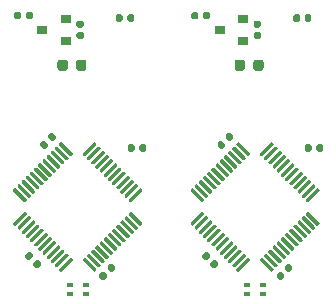
<source format=gbp>
%TF.GenerationSoftware,KiCad,Pcbnew,5.1.6*%
%TF.CreationDate,2020-10-27T00:07:36+01:00*%
%TF.ProjectId,anykey-x2,616e796b-6579-42d7-9832-2e6b69636164,rev?*%
%TF.SameCoordinates,Original*%
%TF.FileFunction,Paste,Bot*%
%TF.FilePolarity,Positive*%
%FSLAX46Y46*%
G04 Gerber Fmt 4.6, Leading zero omitted, Abs format (unit mm)*
G04 Created by KiCad (PCBNEW 5.1.6) date 2020-10-27 00:07:36*
%MOMM*%
%LPD*%
G01*
G04 APERTURE LIST*
%ADD10R,0.600000X0.400000*%
%ADD11R,0.900000X0.800000*%
G04 APERTURE END LIST*
%TO.C,C1*%
G36*
G01*
X69275018Y-67256251D02*
X69275018Y-66743751D01*
G75*
G02*
X69493768Y-66525001I218750J0D01*
G01*
X69931268Y-66525001D01*
G75*
G02*
X70150018Y-66743751I0J-218750D01*
G01*
X70150018Y-67256251D01*
G75*
G02*
X69931268Y-67475001I-218750J0D01*
G01*
X69493768Y-67475001D01*
G75*
G02*
X69275018Y-67256251I0J218750D01*
G01*
G37*
G36*
G01*
X70850018Y-67256251D02*
X70850018Y-66743751D01*
G75*
G02*
X71068768Y-66525001I218750J0D01*
G01*
X71506268Y-66525001D01*
G75*
G02*
X71725018Y-66743751I0J-218750D01*
G01*
X71725018Y-67256251D01*
G75*
G02*
X71506268Y-67475001I-218750J0D01*
G01*
X71068768Y-67475001D01*
G75*
G02*
X70850018Y-67256251I0J218750D01*
G01*
G37*
%TD*%
%TO.C,C2*%
G36*
G01*
X66526499Y-83070433D02*
X66770451Y-82826482D01*
G75*
G02*
X66979047Y-82826482I104298J-104298D01*
G01*
X67187643Y-83035078D01*
G75*
G02*
X67187643Y-83243674I-104298J-104298D01*
G01*
X66943691Y-83487626D01*
G75*
G02*
X66735095Y-83487626I-104298J104298D01*
G01*
X66526499Y-83279030D01*
G75*
G02*
X66526499Y-83070434I104298J104298D01*
G01*
G37*
G36*
G01*
X67212393Y-83756327D02*
X67456345Y-83512376D01*
G75*
G02*
X67664941Y-83512376I104298J-104298D01*
G01*
X67873537Y-83720972D01*
G75*
G02*
X67873537Y-83929568I-104298J-104298D01*
G01*
X67629585Y-84173520D01*
G75*
G02*
X67420989Y-84173520I-104298J104298D01*
G01*
X67212393Y-83964924D01*
G75*
G02*
X67212393Y-83756328I104298J104298D01*
G01*
G37*
%TD*%
%TO.C,C3*%
G36*
G01*
X68243692Y-73412376D02*
X68487643Y-73656328D01*
G75*
G02*
X68487643Y-73864924I-104298J-104298D01*
G01*
X68279047Y-74073520D01*
G75*
G02*
X68070451Y-74073520I-104298J104298D01*
G01*
X67826499Y-73829568D01*
G75*
G02*
X67826499Y-73620972I104298J104298D01*
G01*
X68035095Y-73412376D01*
G75*
G02*
X68243691Y-73412376I104298J-104298D01*
G01*
G37*
G36*
G01*
X68929586Y-72726482D02*
X69173537Y-72970434D01*
G75*
G02*
X69173537Y-73179030I-104298J-104298D01*
G01*
X68964941Y-73387626D01*
G75*
G02*
X68756345Y-73387626I-104298J104298D01*
G01*
X68512393Y-73143674D01*
G75*
G02*
X68512393Y-72935078I104298J104298D01*
G01*
X68720989Y-72726482D01*
G75*
G02*
X68929585Y-72726482I104298J-104298D01*
G01*
G37*
%TD*%
%TO.C,C5*%
G36*
G01*
X73756344Y-84487626D02*
X73512393Y-84243674D01*
G75*
G02*
X73512393Y-84035078I104298J104298D01*
G01*
X73720989Y-83826482D01*
G75*
G02*
X73929585Y-83826482I104298J-104298D01*
G01*
X74173537Y-84070434D01*
G75*
G02*
X74173537Y-84279030I-104298J-104298D01*
G01*
X73964941Y-84487626D01*
G75*
G02*
X73756345Y-84487626I-104298J104298D01*
G01*
G37*
G36*
G01*
X73070450Y-85173520D02*
X72826499Y-84929568D01*
G75*
G02*
X72826499Y-84720972I104298J104298D01*
G01*
X73035095Y-84512376D01*
G75*
G02*
X73243691Y-84512376I104298J-104298D01*
G01*
X73487643Y-84756328D01*
G75*
G02*
X73487643Y-84964924I-104298J-104298D01*
G01*
X73279047Y-85173520D01*
G75*
G02*
X73070451Y-85173520I-104298J104298D01*
G01*
G37*
%TD*%
%TO.C,C7*%
G36*
G01*
X71372518Y-63810001D02*
X71027518Y-63810001D01*
G75*
G02*
X70880018Y-63662501I0J147500D01*
G01*
X70880018Y-63367501D01*
G75*
G02*
X71027518Y-63220001I147500J0D01*
G01*
X71372518Y-63220001D01*
G75*
G02*
X71520018Y-63367501I0J-147500D01*
G01*
X71520018Y-63662501D01*
G75*
G02*
X71372518Y-63810001I-147500J0D01*
G01*
G37*
G36*
G01*
X71372518Y-64780001D02*
X71027518Y-64780001D01*
G75*
G02*
X70880018Y-64632501I0J147500D01*
G01*
X70880018Y-64337501D01*
G75*
G02*
X71027518Y-64190001I147500J0D01*
G01*
X71372518Y-64190001D01*
G75*
G02*
X71520018Y-64337501I0J-147500D01*
G01*
X71520018Y-64632501D01*
G75*
G02*
X71372518Y-64780001I-147500J0D01*
G01*
G37*
%TD*%
D10*
%TO.C,D1*%
X70350018Y-86400001D03*
X71650018Y-86400001D03*
X71650018Y-85600001D03*
X70350018Y-85600001D03*
%TD*%
%TO.C,R1*%
G36*
G01*
X74220018Y-63172501D02*
X74220018Y-62827501D01*
G75*
G02*
X74367518Y-62680001I147500J0D01*
G01*
X74662518Y-62680001D01*
G75*
G02*
X74810018Y-62827501I0J-147500D01*
G01*
X74810018Y-63172501D01*
G75*
G02*
X74662518Y-63320001I-147500J0D01*
G01*
X74367518Y-63320001D01*
G75*
G02*
X74220018Y-63172501I0J147500D01*
G01*
G37*
G36*
G01*
X75190018Y-63172501D02*
X75190018Y-62827501D01*
G75*
G02*
X75337518Y-62680001I147500J0D01*
G01*
X75632518Y-62680001D01*
G75*
G02*
X75780018Y-62827501I0J-147500D01*
G01*
X75780018Y-63172501D01*
G75*
G02*
X75632518Y-63320001I-147500J0D01*
G01*
X75337518Y-63320001D01*
G75*
G02*
X75190018Y-63172501I0J147500D01*
G01*
G37*
%TD*%
D11*
%TO.C,U1*%
X68000018Y-64000001D03*
X70000018Y-64950001D03*
X70000018Y-63050001D03*
%TD*%
%TO.C,U2*%
G36*
G01*
X69532772Y-84462401D02*
X69426706Y-84356335D01*
G75*
G02*
X69426706Y-84250269I53033J53033D01*
G01*
X70363622Y-83313353D01*
G75*
G02*
X70469688Y-83313353I53033J-53033D01*
G01*
X70575754Y-83419419D01*
G75*
G02*
X70575754Y-83525485I-53033J-53033D01*
G01*
X69638838Y-84462401D01*
G75*
G02*
X69532772Y-84462401I-53033J53033D01*
G01*
G37*
G36*
G01*
X69179218Y-84108847D02*
X69073152Y-84002781D01*
G75*
G02*
X69073152Y-83896715I53033J53033D01*
G01*
X70010068Y-82959799D01*
G75*
G02*
X70116134Y-82959799I53033J-53033D01*
G01*
X70222200Y-83065865D01*
G75*
G02*
X70222200Y-83171931I-53033J-53033D01*
G01*
X69285284Y-84108847D01*
G75*
G02*
X69179218Y-84108847I-53033J53033D01*
G01*
G37*
G36*
G01*
X68825665Y-83755294D02*
X68719599Y-83649228D01*
G75*
G02*
X68719599Y-83543162I53033J53033D01*
G01*
X69656515Y-82606246D01*
G75*
G02*
X69762581Y-82606246I53033J-53033D01*
G01*
X69868647Y-82712312D01*
G75*
G02*
X69868647Y-82818378I-53033J-53033D01*
G01*
X68931731Y-83755294D01*
G75*
G02*
X68825665Y-83755294I-53033J53033D01*
G01*
G37*
G36*
G01*
X68472111Y-83401740D02*
X68366045Y-83295674D01*
G75*
G02*
X68366045Y-83189608I53033J53033D01*
G01*
X69302961Y-82252692D01*
G75*
G02*
X69409027Y-82252692I53033J-53033D01*
G01*
X69515093Y-82358758D01*
G75*
G02*
X69515093Y-82464824I-53033J-53033D01*
G01*
X68578177Y-83401740D01*
G75*
G02*
X68472111Y-83401740I-53033J53033D01*
G01*
G37*
G36*
G01*
X68118558Y-83048187D02*
X68012492Y-82942121D01*
G75*
G02*
X68012492Y-82836055I53033J53033D01*
G01*
X68949408Y-81899139D01*
G75*
G02*
X69055474Y-81899139I53033J-53033D01*
G01*
X69161540Y-82005205D01*
G75*
G02*
X69161540Y-82111271I-53033J-53033D01*
G01*
X68224624Y-83048187D01*
G75*
G02*
X68118558Y-83048187I-53033J53033D01*
G01*
G37*
G36*
G01*
X67765005Y-82694634D02*
X67658939Y-82588568D01*
G75*
G02*
X67658939Y-82482502I53033J53033D01*
G01*
X68595855Y-81545586D01*
G75*
G02*
X68701921Y-81545586I53033J-53033D01*
G01*
X68807987Y-81651652D01*
G75*
G02*
X68807987Y-81757718I-53033J-53033D01*
G01*
X67871071Y-82694634D01*
G75*
G02*
X67765005Y-82694634I-53033J53033D01*
G01*
G37*
G36*
G01*
X67411451Y-82341080D02*
X67305385Y-82235014D01*
G75*
G02*
X67305385Y-82128948I53033J53033D01*
G01*
X68242301Y-81192032D01*
G75*
G02*
X68348367Y-81192032I53033J-53033D01*
G01*
X68454433Y-81298098D01*
G75*
G02*
X68454433Y-81404164I-53033J-53033D01*
G01*
X67517517Y-82341080D01*
G75*
G02*
X67411451Y-82341080I-53033J53033D01*
G01*
G37*
G36*
G01*
X67057898Y-81987527D02*
X66951832Y-81881461D01*
G75*
G02*
X66951832Y-81775395I53033J53033D01*
G01*
X67888748Y-80838479D01*
G75*
G02*
X67994814Y-80838479I53033J-53033D01*
G01*
X68100880Y-80944545D01*
G75*
G02*
X68100880Y-81050611I-53033J-53033D01*
G01*
X67163964Y-81987527D01*
G75*
G02*
X67057898Y-81987527I-53033J53033D01*
G01*
G37*
G36*
G01*
X66704345Y-81633974D02*
X66598279Y-81527908D01*
G75*
G02*
X66598279Y-81421842I53033J53033D01*
G01*
X67535195Y-80484926D01*
G75*
G02*
X67641261Y-80484926I53033J-53033D01*
G01*
X67747327Y-80590992D01*
G75*
G02*
X67747327Y-80697058I-53033J-53033D01*
G01*
X66810411Y-81633974D01*
G75*
G02*
X66704345Y-81633974I-53033J53033D01*
G01*
G37*
G36*
G01*
X66350791Y-81280420D02*
X66244725Y-81174354D01*
G75*
G02*
X66244725Y-81068288I53033J53033D01*
G01*
X67181641Y-80131372D01*
G75*
G02*
X67287707Y-80131372I53033J-53033D01*
G01*
X67393773Y-80237438D01*
G75*
G02*
X67393773Y-80343504I-53033J-53033D01*
G01*
X66456857Y-81280420D01*
G75*
G02*
X66350791Y-81280420I-53033J53033D01*
G01*
G37*
G36*
G01*
X65997238Y-80926867D02*
X65891172Y-80820801D01*
G75*
G02*
X65891172Y-80714735I53033J53033D01*
G01*
X66828088Y-79777819D01*
G75*
G02*
X66934154Y-79777819I53033J-53033D01*
G01*
X67040220Y-79883885D01*
G75*
G02*
X67040220Y-79989951I-53033J-53033D01*
G01*
X66103304Y-80926867D01*
G75*
G02*
X65997238Y-80926867I-53033J53033D01*
G01*
G37*
G36*
G01*
X65643684Y-80573313D02*
X65537618Y-80467247D01*
G75*
G02*
X65537618Y-80361181I53033J53033D01*
G01*
X66474534Y-79424265D01*
G75*
G02*
X66580600Y-79424265I53033J-53033D01*
G01*
X66686666Y-79530331D01*
G75*
G02*
X66686666Y-79636397I-53033J-53033D01*
G01*
X65749750Y-80573313D01*
G75*
G02*
X65643684Y-80573313I-53033J53033D01*
G01*
G37*
G36*
G01*
X66474534Y-78575737D02*
X65537618Y-77638821D01*
G75*
G02*
X65537618Y-77532755I53033J53033D01*
G01*
X65643684Y-77426689D01*
G75*
G02*
X65749750Y-77426689I53033J-53033D01*
G01*
X66686666Y-78363605D01*
G75*
G02*
X66686666Y-78469671I-53033J-53033D01*
G01*
X66580600Y-78575737D01*
G75*
G02*
X66474534Y-78575737I-53033J53033D01*
G01*
G37*
G36*
G01*
X66828088Y-78222183D02*
X65891172Y-77285267D01*
G75*
G02*
X65891172Y-77179201I53033J53033D01*
G01*
X65997238Y-77073135D01*
G75*
G02*
X66103304Y-77073135I53033J-53033D01*
G01*
X67040220Y-78010051D01*
G75*
G02*
X67040220Y-78116117I-53033J-53033D01*
G01*
X66934154Y-78222183D01*
G75*
G02*
X66828088Y-78222183I-53033J53033D01*
G01*
G37*
G36*
G01*
X67181641Y-77868630D02*
X66244725Y-76931714D01*
G75*
G02*
X66244725Y-76825648I53033J53033D01*
G01*
X66350791Y-76719582D01*
G75*
G02*
X66456857Y-76719582I53033J-53033D01*
G01*
X67393773Y-77656498D01*
G75*
G02*
X67393773Y-77762564I-53033J-53033D01*
G01*
X67287707Y-77868630D01*
G75*
G02*
X67181641Y-77868630I-53033J53033D01*
G01*
G37*
G36*
G01*
X67535195Y-77515076D02*
X66598279Y-76578160D01*
G75*
G02*
X66598279Y-76472094I53033J53033D01*
G01*
X66704345Y-76366028D01*
G75*
G02*
X66810411Y-76366028I53033J-53033D01*
G01*
X67747327Y-77302944D01*
G75*
G02*
X67747327Y-77409010I-53033J-53033D01*
G01*
X67641261Y-77515076D01*
G75*
G02*
X67535195Y-77515076I-53033J53033D01*
G01*
G37*
G36*
G01*
X67888748Y-77161523D02*
X66951832Y-76224607D01*
G75*
G02*
X66951832Y-76118541I53033J53033D01*
G01*
X67057898Y-76012475D01*
G75*
G02*
X67163964Y-76012475I53033J-53033D01*
G01*
X68100880Y-76949391D01*
G75*
G02*
X68100880Y-77055457I-53033J-53033D01*
G01*
X67994814Y-77161523D01*
G75*
G02*
X67888748Y-77161523I-53033J53033D01*
G01*
G37*
G36*
G01*
X68242301Y-76807970D02*
X67305385Y-75871054D01*
G75*
G02*
X67305385Y-75764988I53033J53033D01*
G01*
X67411451Y-75658922D01*
G75*
G02*
X67517517Y-75658922I53033J-53033D01*
G01*
X68454433Y-76595838D01*
G75*
G02*
X68454433Y-76701904I-53033J-53033D01*
G01*
X68348367Y-76807970D01*
G75*
G02*
X68242301Y-76807970I-53033J53033D01*
G01*
G37*
G36*
G01*
X68595855Y-76454416D02*
X67658939Y-75517500D01*
G75*
G02*
X67658939Y-75411434I53033J53033D01*
G01*
X67765005Y-75305368D01*
G75*
G02*
X67871071Y-75305368I53033J-53033D01*
G01*
X68807987Y-76242284D01*
G75*
G02*
X68807987Y-76348350I-53033J-53033D01*
G01*
X68701921Y-76454416D01*
G75*
G02*
X68595855Y-76454416I-53033J53033D01*
G01*
G37*
G36*
G01*
X68949408Y-76100863D02*
X68012492Y-75163947D01*
G75*
G02*
X68012492Y-75057881I53033J53033D01*
G01*
X68118558Y-74951815D01*
G75*
G02*
X68224624Y-74951815I53033J-53033D01*
G01*
X69161540Y-75888731D01*
G75*
G02*
X69161540Y-75994797I-53033J-53033D01*
G01*
X69055474Y-76100863D01*
G75*
G02*
X68949408Y-76100863I-53033J53033D01*
G01*
G37*
G36*
G01*
X69302961Y-75747310D02*
X68366045Y-74810394D01*
G75*
G02*
X68366045Y-74704328I53033J53033D01*
G01*
X68472111Y-74598262D01*
G75*
G02*
X68578177Y-74598262I53033J-53033D01*
G01*
X69515093Y-75535178D01*
G75*
G02*
X69515093Y-75641244I-53033J-53033D01*
G01*
X69409027Y-75747310D01*
G75*
G02*
X69302961Y-75747310I-53033J53033D01*
G01*
G37*
G36*
G01*
X69656515Y-75393756D02*
X68719599Y-74456840D01*
G75*
G02*
X68719599Y-74350774I53033J53033D01*
G01*
X68825665Y-74244708D01*
G75*
G02*
X68931731Y-74244708I53033J-53033D01*
G01*
X69868647Y-75181624D01*
G75*
G02*
X69868647Y-75287690I-53033J-53033D01*
G01*
X69762581Y-75393756D01*
G75*
G02*
X69656515Y-75393756I-53033J53033D01*
G01*
G37*
G36*
G01*
X70010068Y-75040203D02*
X69073152Y-74103287D01*
G75*
G02*
X69073152Y-73997221I53033J53033D01*
G01*
X69179218Y-73891155D01*
G75*
G02*
X69285284Y-73891155I53033J-53033D01*
G01*
X70222200Y-74828071D01*
G75*
G02*
X70222200Y-74934137I-53033J-53033D01*
G01*
X70116134Y-75040203D01*
G75*
G02*
X70010068Y-75040203I-53033J53033D01*
G01*
G37*
G36*
G01*
X70363622Y-74686649D02*
X69426706Y-73749733D01*
G75*
G02*
X69426706Y-73643667I53033J53033D01*
G01*
X69532772Y-73537601D01*
G75*
G02*
X69638838Y-73537601I53033J-53033D01*
G01*
X70575754Y-74474517D01*
G75*
G02*
X70575754Y-74580583I-53033J-53033D01*
G01*
X70469688Y-74686649D01*
G75*
G02*
X70363622Y-74686649I-53033J53033D01*
G01*
G37*
G36*
G01*
X71530348Y-74686649D02*
X71424282Y-74580583D01*
G75*
G02*
X71424282Y-74474517I53033J53033D01*
G01*
X72361198Y-73537601D01*
G75*
G02*
X72467264Y-73537601I53033J-53033D01*
G01*
X72573330Y-73643667D01*
G75*
G02*
X72573330Y-73749733I-53033J-53033D01*
G01*
X71636414Y-74686649D01*
G75*
G02*
X71530348Y-74686649I-53033J53033D01*
G01*
G37*
G36*
G01*
X71883902Y-75040203D02*
X71777836Y-74934137D01*
G75*
G02*
X71777836Y-74828071I53033J53033D01*
G01*
X72714752Y-73891155D01*
G75*
G02*
X72820818Y-73891155I53033J-53033D01*
G01*
X72926884Y-73997221D01*
G75*
G02*
X72926884Y-74103287I-53033J-53033D01*
G01*
X71989968Y-75040203D01*
G75*
G02*
X71883902Y-75040203I-53033J53033D01*
G01*
G37*
G36*
G01*
X72237455Y-75393756D02*
X72131389Y-75287690D01*
G75*
G02*
X72131389Y-75181624I53033J53033D01*
G01*
X73068305Y-74244708D01*
G75*
G02*
X73174371Y-74244708I53033J-53033D01*
G01*
X73280437Y-74350774D01*
G75*
G02*
X73280437Y-74456840I-53033J-53033D01*
G01*
X72343521Y-75393756D01*
G75*
G02*
X72237455Y-75393756I-53033J53033D01*
G01*
G37*
G36*
G01*
X72591009Y-75747310D02*
X72484943Y-75641244D01*
G75*
G02*
X72484943Y-75535178I53033J53033D01*
G01*
X73421859Y-74598262D01*
G75*
G02*
X73527925Y-74598262I53033J-53033D01*
G01*
X73633991Y-74704328D01*
G75*
G02*
X73633991Y-74810394I-53033J-53033D01*
G01*
X72697075Y-75747310D01*
G75*
G02*
X72591009Y-75747310I-53033J53033D01*
G01*
G37*
G36*
G01*
X72944562Y-76100863D02*
X72838496Y-75994797D01*
G75*
G02*
X72838496Y-75888731I53033J53033D01*
G01*
X73775412Y-74951815D01*
G75*
G02*
X73881478Y-74951815I53033J-53033D01*
G01*
X73987544Y-75057881D01*
G75*
G02*
X73987544Y-75163947I-53033J-53033D01*
G01*
X73050628Y-76100863D01*
G75*
G02*
X72944562Y-76100863I-53033J53033D01*
G01*
G37*
G36*
G01*
X73298115Y-76454416D02*
X73192049Y-76348350D01*
G75*
G02*
X73192049Y-76242284I53033J53033D01*
G01*
X74128965Y-75305368D01*
G75*
G02*
X74235031Y-75305368I53033J-53033D01*
G01*
X74341097Y-75411434D01*
G75*
G02*
X74341097Y-75517500I-53033J-53033D01*
G01*
X73404181Y-76454416D01*
G75*
G02*
X73298115Y-76454416I-53033J53033D01*
G01*
G37*
G36*
G01*
X73651669Y-76807970D02*
X73545603Y-76701904D01*
G75*
G02*
X73545603Y-76595838I53033J53033D01*
G01*
X74482519Y-75658922D01*
G75*
G02*
X74588585Y-75658922I53033J-53033D01*
G01*
X74694651Y-75764988D01*
G75*
G02*
X74694651Y-75871054I-53033J-53033D01*
G01*
X73757735Y-76807970D01*
G75*
G02*
X73651669Y-76807970I-53033J53033D01*
G01*
G37*
G36*
G01*
X74005222Y-77161523D02*
X73899156Y-77055457D01*
G75*
G02*
X73899156Y-76949391I53033J53033D01*
G01*
X74836072Y-76012475D01*
G75*
G02*
X74942138Y-76012475I53033J-53033D01*
G01*
X75048204Y-76118541D01*
G75*
G02*
X75048204Y-76224607I-53033J-53033D01*
G01*
X74111288Y-77161523D01*
G75*
G02*
X74005222Y-77161523I-53033J53033D01*
G01*
G37*
G36*
G01*
X74358775Y-77515076D02*
X74252709Y-77409010D01*
G75*
G02*
X74252709Y-77302944I53033J53033D01*
G01*
X75189625Y-76366028D01*
G75*
G02*
X75295691Y-76366028I53033J-53033D01*
G01*
X75401757Y-76472094D01*
G75*
G02*
X75401757Y-76578160I-53033J-53033D01*
G01*
X74464841Y-77515076D01*
G75*
G02*
X74358775Y-77515076I-53033J53033D01*
G01*
G37*
G36*
G01*
X74712329Y-77868630D02*
X74606263Y-77762564D01*
G75*
G02*
X74606263Y-77656498I53033J53033D01*
G01*
X75543179Y-76719582D01*
G75*
G02*
X75649245Y-76719582I53033J-53033D01*
G01*
X75755311Y-76825648D01*
G75*
G02*
X75755311Y-76931714I-53033J-53033D01*
G01*
X74818395Y-77868630D01*
G75*
G02*
X74712329Y-77868630I-53033J53033D01*
G01*
G37*
G36*
G01*
X75065882Y-78222183D02*
X74959816Y-78116117D01*
G75*
G02*
X74959816Y-78010051I53033J53033D01*
G01*
X75896732Y-77073135D01*
G75*
G02*
X76002798Y-77073135I53033J-53033D01*
G01*
X76108864Y-77179201D01*
G75*
G02*
X76108864Y-77285267I-53033J-53033D01*
G01*
X75171948Y-78222183D01*
G75*
G02*
X75065882Y-78222183I-53033J53033D01*
G01*
G37*
G36*
G01*
X75419436Y-78575737D02*
X75313370Y-78469671D01*
G75*
G02*
X75313370Y-78363605I53033J53033D01*
G01*
X76250286Y-77426689D01*
G75*
G02*
X76356352Y-77426689I53033J-53033D01*
G01*
X76462418Y-77532755D01*
G75*
G02*
X76462418Y-77638821I-53033J-53033D01*
G01*
X75525502Y-78575737D01*
G75*
G02*
X75419436Y-78575737I-53033J53033D01*
G01*
G37*
G36*
G01*
X76250286Y-80573313D02*
X75313370Y-79636397D01*
G75*
G02*
X75313370Y-79530331I53033J53033D01*
G01*
X75419436Y-79424265D01*
G75*
G02*
X75525502Y-79424265I53033J-53033D01*
G01*
X76462418Y-80361181D01*
G75*
G02*
X76462418Y-80467247I-53033J-53033D01*
G01*
X76356352Y-80573313D01*
G75*
G02*
X76250286Y-80573313I-53033J53033D01*
G01*
G37*
G36*
G01*
X75896732Y-80926867D02*
X74959816Y-79989951D01*
G75*
G02*
X74959816Y-79883885I53033J53033D01*
G01*
X75065882Y-79777819D01*
G75*
G02*
X75171948Y-79777819I53033J-53033D01*
G01*
X76108864Y-80714735D01*
G75*
G02*
X76108864Y-80820801I-53033J-53033D01*
G01*
X76002798Y-80926867D01*
G75*
G02*
X75896732Y-80926867I-53033J53033D01*
G01*
G37*
G36*
G01*
X75543179Y-81280420D02*
X74606263Y-80343504D01*
G75*
G02*
X74606263Y-80237438I53033J53033D01*
G01*
X74712329Y-80131372D01*
G75*
G02*
X74818395Y-80131372I53033J-53033D01*
G01*
X75755311Y-81068288D01*
G75*
G02*
X75755311Y-81174354I-53033J-53033D01*
G01*
X75649245Y-81280420D01*
G75*
G02*
X75543179Y-81280420I-53033J53033D01*
G01*
G37*
G36*
G01*
X75189625Y-81633974D02*
X74252709Y-80697058D01*
G75*
G02*
X74252709Y-80590992I53033J53033D01*
G01*
X74358775Y-80484926D01*
G75*
G02*
X74464841Y-80484926I53033J-53033D01*
G01*
X75401757Y-81421842D01*
G75*
G02*
X75401757Y-81527908I-53033J-53033D01*
G01*
X75295691Y-81633974D01*
G75*
G02*
X75189625Y-81633974I-53033J53033D01*
G01*
G37*
G36*
G01*
X74836072Y-81987527D02*
X73899156Y-81050611D01*
G75*
G02*
X73899156Y-80944545I53033J53033D01*
G01*
X74005222Y-80838479D01*
G75*
G02*
X74111288Y-80838479I53033J-53033D01*
G01*
X75048204Y-81775395D01*
G75*
G02*
X75048204Y-81881461I-53033J-53033D01*
G01*
X74942138Y-81987527D01*
G75*
G02*
X74836072Y-81987527I-53033J53033D01*
G01*
G37*
G36*
G01*
X74482519Y-82341080D02*
X73545603Y-81404164D01*
G75*
G02*
X73545603Y-81298098I53033J53033D01*
G01*
X73651669Y-81192032D01*
G75*
G02*
X73757735Y-81192032I53033J-53033D01*
G01*
X74694651Y-82128948D01*
G75*
G02*
X74694651Y-82235014I-53033J-53033D01*
G01*
X74588585Y-82341080D01*
G75*
G02*
X74482519Y-82341080I-53033J53033D01*
G01*
G37*
G36*
G01*
X74128965Y-82694634D02*
X73192049Y-81757718D01*
G75*
G02*
X73192049Y-81651652I53033J53033D01*
G01*
X73298115Y-81545586D01*
G75*
G02*
X73404181Y-81545586I53033J-53033D01*
G01*
X74341097Y-82482502D01*
G75*
G02*
X74341097Y-82588568I-53033J-53033D01*
G01*
X74235031Y-82694634D01*
G75*
G02*
X74128965Y-82694634I-53033J53033D01*
G01*
G37*
G36*
G01*
X73775412Y-83048187D02*
X72838496Y-82111271D01*
G75*
G02*
X72838496Y-82005205I53033J53033D01*
G01*
X72944562Y-81899139D01*
G75*
G02*
X73050628Y-81899139I53033J-53033D01*
G01*
X73987544Y-82836055D01*
G75*
G02*
X73987544Y-82942121I-53033J-53033D01*
G01*
X73881478Y-83048187D01*
G75*
G02*
X73775412Y-83048187I-53033J53033D01*
G01*
G37*
G36*
G01*
X73421859Y-83401740D02*
X72484943Y-82464824D01*
G75*
G02*
X72484943Y-82358758I53033J53033D01*
G01*
X72591009Y-82252692D01*
G75*
G02*
X72697075Y-82252692I53033J-53033D01*
G01*
X73633991Y-83189608D01*
G75*
G02*
X73633991Y-83295674I-53033J-53033D01*
G01*
X73527925Y-83401740D01*
G75*
G02*
X73421859Y-83401740I-53033J53033D01*
G01*
G37*
G36*
G01*
X73068305Y-83755294D02*
X72131389Y-82818378D01*
G75*
G02*
X72131389Y-82712312I53033J53033D01*
G01*
X72237455Y-82606246D01*
G75*
G02*
X72343521Y-82606246I53033J-53033D01*
G01*
X73280437Y-83543162D01*
G75*
G02*
X73280437Y-83649228I-53033J-53033D01*
G01*
X73174371Y-83755294D01*
G75*
G02*
X73068305Y-83755294I-53033J53033D01*
G01*
G37*
G36*
G01*
X72714752Y-84108847D02*
X71777836Y-83171931D01*
G75*
G02*
X71777836Y-83065865I53033J53033D01*
G01*
X71883902Y-82959799D01*
G75*
G02*
X71989968Y-82959799I53033J-53033D01*
G01*
X72926884Y-83896715D01*
G75*
G02*
X72926884Y-84002781I-53033J-53033D01*
G01*
X72820818Y-84108847D01*
G75*
G02*
X72714752Y-84108847I-53033J53033D01*
G01*
G37*
G36*
G01*
X72361198Y-84462401D02*
X71424282Y-83525485D01*
G75*
G02*
X71424282Y-83419419I53033J53033D01*
G01*
X71530348Y-83313353D01*
G75*
G02*
X71636414Y-83313353I53033J-53033D01*
G01*
X72573330Y-84250269D01*
G75*
G02*
X72573330Y-84356335I-53033J-53033D01*
G01*
X72467264Y-84462401D01*
G75*
G02*
X72361198Y-84462401I-53033J53033D01*
G01*
G37*
%TD*%
%TO.C,C6*%
G36*
G01*
X65620018Y-62972501D02*
X65620018Y-62627501D01*
G75*
G02*
X65767518Y-62480001I147500J0D01*
G01*
X66062518Y-62480001D01*
G75*
G02*
X66210018Y-62627501I0J-147500D01*
G01*
X66210018Y-62972501D01*
G75*
G02*
X66062518Y-63120001I-147500J0D01*
G01*
X65767518Y-63120001D01*
G75*
G02*
X65620018Y-62972501I0J147500D01*
G01*
G37*
G36*
G01*
X66590018Y-62972501D02*
X66590018Y-62627501D01*
G75*
G02*
X66737518Y-62480001I147500J0D01*
G01*
X67032518Y-62480001D01*
G75*
G02*
X67180018Y-62627501I0J-147500D01*
G01*
X67180018Y-62972501D01*
G75*
G02*
X67032518Y-63120001I-147500J0D01*
G01*
X66737518Y-63120001D01*
G75*
G02*
X66590018Y-62972501I0J147500D01*
G01*
G37*
%TD*%
%TO.C,C4*%
G36*
G01*
X76780018Y-73827501D02*
X76780018Y-74172501D01*
G75*
G02*
X76632518Y-74320001I-147500J0D01*
G01*
X76337518Y-74320001D01*
G75*
G02*
X76190018Y-74172501I0J147500D01*
G01*
X76190018Y-73827501D01*
G75*
G02*
X76337518Y-73680001I147500J0D01*
G01*
X76632518Y-73680001D01*
G75*
G02*
X76780018Y-73827501I0J-147500D01*
G01*
G37*
G36*
G01*
X75810018Y-73827501D02*
X75810018Y-74172501D01*
G75*
G02*
X75662518Y-74320001I-147500J0D01*
G01*
X75367518Y-74320001D01*
G75*
G02*
X75220018Y-74172501I0J147500D01*
G01*
X75220018Y-73827501D01*
G75*
G02*
X75367518Y-73680001I147500J0D01*
G01*
X75662518Y-73680001D01*
G75*
G02*
X75810018Y-73827501I0J-147500D01*
G01*
G37*
%TD*%
%TO.C,C1*%
G36*
G01*
X54275001Y-67256251D02*
X54275001Y-66743751D01*
G75*
G02*
X54493751Y-66525001I218750J0D01*
G01*
X54931251Y-66525001D01*
G75*
G02*
X55150001Y-66743751I0J-218750D01*
G01*
X55150001Y-67256251D01*
G75*
G02*
X54931251Y-67475001I-218750J0D01*
G01*
X54493751Y-67475001D01*
G75*
G02*
X54275001Y-67256251I0J218750D01*
G01*
G37*
G36*
G01*
X55850001Y-67256251D02*
X55850001Y-66743751D01*
G75*
G02*
X56068751Y-66525001I218750J0D01*
G01*
X56506251Y-66525001D01*
G75*
G02*
X56725001Y-66743751I0J-218750D01*
G01*
X56725001Y-67256251D01*
G75*
G02*
X56506251Y-67475001I-218750J0D01*
G01*
X56068751Y-67475001D01*
G75*
G02*
X55850001Y-67256251I0J218750D01*
G01*
G37*
%TD*%
%TO.C,C2*%
G36*
G01*
X51526482Y-83070433D02*
X51770434Y-82826482D01*
G75*
G02*
X51979030Y-82826482I104298J-104298D01*
G01*
X52187626Y-83035078D01*
G75*
G02*
X52187626Y-83243674I-104298J-104298D01*
G01*
X51943674Y-83487626D01*
G75*
G02*
X51735078Y-83487626I-104298J104298D01*
G01*
X51526482Y-83279030D01*
G75*
G02*
X51526482Y-83070434I104298J104298D01*
G01*
G37*
G36*
G01*
X52212376Y-83756327D02*
X52456328Y-83512376D01*
G75*
G02*
X52664924Y-83512376I104298J-104298D01*
G01*
X52873520Y-83720972D01*
G75*
G02*
X52873520Y-83929568I-104298J-104298D01*
G01*
X52629568Y-84173520D01*
G75*
G02*
X52420972Y-84173520I-104298J104298D01*
G01*
X52212376Y-83964924D01*
G75*
G02*
X52212376Y-83756328I104298J104298D01*
G01*
G37*
%TD*%
%TO.C,C3*%
G36*
G01*
X53243675Y-73412376D02*
X53487626Y-73656328D01*
G75*
G02*
X53487626Y-73864924I-104298J-104298D01*
G01*
X53279030Y-74073520D01*
G75*
G02*
X53070434Y-74073520I-104298J104298D01*
G01*
X52826482Y-73829568D01*
G75*
G02*
X52826482Y-73620972I104298J104298D01*
G01*
X53035078Y-73412376D01*
G75*
G02*
X53243674Y-73412376I104298J-104298D01*
G01*
G37*
G36*
G01*
X53929569Y-72726482D02*
X54173520Y-72970434D01*
G75*
G02*
X54173520Y-73179030I-104298J-104298D01*
G01*
X53964924Y-73387626D01*
G75*
G02*
X53756328Y-73387626I-104298J104298D01*
G01*
X53512376Y-73143674D01*
G75*
G02*
X53512376Y-72935078I104298J104298D01*
G01*
X53720972Y-72726482D01*
G75*
G02*
X53929568Y-72726482I104298J-104298D01*
G01*
G37*
%TD*%
%TO.C,C5*%
G36*
G01*
X58756327Y-84487626D02*
X58512376Y-84243674D01*
G75*
G02*
X58512376Y-84035078I104298J104298D01*
G01*
X58720972Y-83826482D01*
G75*
G02*
X58929568Y-83826482I104298J-104298D01*
G01*
X59173520Y-84070434D01*
G75*
G02*
X59173520Y-84279030I-104298J-104298D01*
G01*
X58964924Y-84487626D01*
G75*
G02*
X58756328Y-84487626I-104298J104298D01*
G01*
G37*
G36*
G01*
X58070433Y-85173520D02*
X57826482Y-84929568D01*
G75*
G02*
X57826482Y-84720972I104298J104298D01*
G01*
X58035078Y-84512376D01*
G75*
G02*
X58243674Y-84512376I104298J-104298D01*
G01*
X58487626Y-84756328D01*
G75*
G02*
X58487626Y-84964924I-104298J-104298D01*
G01*
X58279030Y-85173520D01*
G75*
G02*
X58070434Y-85173520I-104298J104298D01*
G01*
G37*
%TD*%
%TO.C,C7*%
G36*
G01*
X56372501Y-63810001D02*
X56027501Y-63810001D01*
G75*
G02*
X55880001Y-63662501I0J147500D01*
G01*
X55880001Y-63367501D01*
G75*
G02*
X56027501Y-63220001I147500J0D01*
G01*
X56372501Y-63220001D01*
G75*
G02*
X56520001Y-63367501I0J-147500D01*
G01*
X56520001Y-63662501D01*
G75*
G02*
X56372501Y-63810001I-147500J0D01*
G01*
G37*
G36*
G01*
X56372501Y-64780001D02*
X56027501Y-64780001D01*
G75*
G02*
X55880001Y-64632501I0J147500D01*
G01*
X55880001Y-64337501D01*
G75*
G02*
X56027501Y-64190001I147500J0D01*
G01*
X56372501Y-64190001D01*
G75*
G02*
X56520001Y-64337501I0J-147500D01*
G01*
X56520001Y-64632501D01*
G75*
G02*
X56372501Y-64780001I-147500J0D01*
G01*
G37*
%TD*%
D10*
%TO.C,D1*%
X55350001Y-86400001D03*
X56650001Y-86400001D03*
X56650001Y-85600001D03*
X55350001Y-85600001D03*
%TD*%
%TO.C,R1*%
G36*
G01*
X59220001Y-63172501D02*
X59220001Y-62827501D01*
G75*
G02*
X59367501Y-62680001I147500J0D01*
G01*
X59662501Y-62680001D01*
G75*
G02*
X59810001Y-62827501I0J-147500D01*
G01*
X59810001Y-63172501D01*
G75*
G02*
X59662501Y-63320001I-147500J0D01*
G01*
X59367501Y-63320001D01*
G75*
G02*
X59220001Y-63172501I0J147500D01*
G01*
G37*
G36*
G01*
X60190001Y-63172501D02*
X60190001Y-62827501D01*
G75*
G02*
X60337501Y-62680001I147500J0D01*
G01*
X60632501Y-62680001D01*
G75*
G02*
X60780001Y-62827501I0J-147500D01*
G01*
X60780001Y-63172501D01*
G75*
G02*
X60632501Y-63320001I-147500J0D01*
G01*
X60337501Y-63320001D01*
G75*
G02*
X60190001Y-63172501I0J147500D01*
G01*
G37*
%TD*%
D11*
%TO.C,U1*%
X53000001Y-64000001D03*
X55000001Y-64950001D03*
X55000001Y-63050001D03*
%TD*%
%TO.C,U2*%
G36*
G01*
X54532755Y-84462401D02*
X54426689Y-84356335D01*
G75*
G02*
X54426689Y-84250269I53033J53033D01*
G01*
X55363605Y-83313353D01*
G75*
G02*
X55469671Y-83313353I53033J-53033D01*
G01*
X55575737Y-83419419D01*
G75*
G02*
X55575737Y-83525485I-53033J-53033D01*
G01*
X54638821Y-84462401D01*
G75*
G02*
X54532755Y-84462401I-53033J53033D01*
G01*
G37*
G36*
G01*
X54179201Y-84108847D02*
X54073135Y-84002781D01*
G75*
G02*
X54073135Y-83896715I53033J53033D01*
G01*
X55010051Y-82959799D01*
G75*
G02*
X55116117Y-82959799I53033J-53033D01*
G01*
X55222183Y-83065865D01*
G75*
G02*
X55222183Y-83171931I-53033J-53033D01*
G01*
X54285267Y-84108847D01*
G75*
G02*
X54179201Y-84108847I-53033J53033D01*
G01*
G37*
G36*
G01*
X53825648Y-83755294D02*
X53719582Y-83649228D01*
G75*
G02*
X53719582Y-83543162I53033J53033D01*
G01*
X54656498Y-82606246D01*
G75*
G02*
X54762564Y-82606246I53033J-53033D01*
G01*
X54868630Y-82712312D01*
G75*
G02*
X54868630Y-82818378I-53033J-53033D01*
G01*
X53931714Y-83755294D01*
G75*
G02*
X53825648Y-83755294I-53033J53033D01*
G01*
G37*
G36*
G01*
X53472094Y-83401740D02*
X53366028Y-83295674D01*
G75*
G02*
X53366028Y-83189608I53033J53033D01*
G01*
X54302944Y-82252692D01*
G75*
G02*
X54409010Y-82252692I53033J-53033D01*
G01*
X54515076Y-82358758D01*
G75*
G02*
X54515076Y-82464824I-53033J-53033D01*
G01*
X53578160Y-83401740D01*
G75*
G02*
X53472094Y-83401740I-53033J53033D01*
G01*
G37*
G36*
G01*
X53118541Y-83048187D02*
X53012475Y-82942121D01*
G75*
G02*
X53012475Y-82836055I53033J53033D01*
G01*
X53949391Y-81899139D01*
G75*
G02*
X54055457Y-81899139I53033J-53033D01*
G01*
X54161523Y-82005205D01*
G75*
G02*
X54161523Y-82111271I-53033J-53033D01*
G01*
X53224607Y-83048187D01*
G75*
G02*
X53118541Y-83048187I-53033J53033D01*
G01*
G37*
G36*
G01*
X52764988Y-82694634D02*
X52658922Y-82588568D01*
G75*
G02*
X52658922Y-82482502I53033J53033D01*
G01*
X53595838Y-81545586D01*
G75*
G02*
X53701904Y-81545586I53033J-53033D01*
G01*
X53807970Y-81651652D01*
G75*
G02*
X53807970Y-81757718I-53033J-53033D01*
G01*
X52871054Y-82694634D01*
G75*
G02*
X52764988Y-82694634I-53033J53033D01*
G01*
G37*
G36*
G01*
X52411434Y-82341080D02*
X52305368Y-82235014D01*
G75*
G02*
X52305368Y-82128948I53033J53033D01*
G01*
X53242284Y-81192032D01*
G75*
G02*
X53348350Y-81192032I53033J-53033D01*
G01*
X53454416Y-81298098D01*
G75*
G02*
X53454416Y-81404164I-53033J-53033D01*
G01*
X52517500Y-82341080D01*
G75*
G02*
X52411434Y-82341080I-53033J53033D01*
G01*
G37*
G36*
G01*
X52057881Y-81987527D02*
X51951815Y-81881461D01*
G75*
G02*
X51951815Y-81775395I53033J53033D01*
G01*
X52888731Y-80838479D01*
G75*
G02*
X52994797Y-80838479I53033J-53033D01*
G01*
X53100863Y-80944545D01*
G75*
G02*
X53100863Y-81050611I-53033J-53033D01*
G01*
X52163947Y-81987527D01*
G75*
G02*
X52057881Y-81987527I-53033J53033D01*
G01*
G37*
G36*
G01*
X51704328Y-81633974D02*
X51598262Y-81527908D01*
G75*
G02*
X51598262Y-81421842I53033J53033D01*
G01*
X52535178Y-80484926D01*
G75*
G02*
X52641244Y-80484926I53033J-53033D01*
G01*
X52747310Y-80590992D01*
G75*
G02*
X52747310Y-80697058I-53033J-53033D01*
G01*
X51810394Y-81633974D01*
G75*
G02*
X51704328Y-81633974I-53033J53033D01*
G01*
G37*
G36*
G01*
X51350774Y-81280420D02*
X51244708Y-81174354D01*
G75*
G02*
X51244708Y-81068288I53033J53033D01*
G01*
X52181624Y-80131372D01*
G75*
G02*
X52287690Y-80131372I53033J-53033D01*
G01*
X52393756Y-80237438D01*
G75*
G02*
X52393756Y-80343504I-53033J-53033D01*
G01*
X51456840Y-81280420D01*
G75*
G02*
X51350774Y-81280420I-53033J53033D01*
G01*
G37*
G36*
G01*
X50997221Y-80926867D02*
X50891155Y-80820801D01*
G75*
G02*
X50891155Y-80714735I53033J53033D01*
G01*
X51828071Y-79777819D01*
G75*
G02*
X51934137Y-79777819I53033J-53033D01*
G01*
X52040203Y-79883885D01*
G75*
G02*
X52040203Y-79989951I-53033J-53033D01*
G01*
X51103287Y-80926867D01*
G75*
G02*
X50997221Y-80926867I-53033J53033D01*
G01*
G37*
G36*
G01*
X50643667Y-80573313D02*
X50537601Y-80467247D01*
G75*
G02*
X50537601Y-80361181I53033J53033D01*
G01*
X51474517Y-79424265D01*
G75*
G02*
X51580583Y-79424265I53033J-53033D01*
G01*
X51686649Y-79530331D01*
G75*
G02*
X51686649Y-79636397I-53033J-53033D01*
G01*
X50749733Y-80573313D01*
G75*
G02*
X50643667Y-80573313I-53033J53033D01*
G01*
G37*
G36*
G01*
X51474517Y-78575737D02*
X50537601Y-77638821D01*
G75*
G02*
X50537601Y-77532755I53033J53033D01*
G01*
X50643667Y-77426689D01*
G75*
G02*
X50749733Y-77426689I53033J-53033D01*
G01*
X51686649Y-78363605D01*
G75*
G02*
X51686649Y-78469671I-53033J-53033D01*
G01*
X51580583Y-78575737D01*
G75*
G02*
X51474517Y-78575737I-53033J53033D01*
G01*
G37*
G36*
G01*
X51828071Y-78222183D02*
X50891155Y-77285267D01*
G75*
G02*
X50891155Y-77179201I53033J53033D01*
G01*
X50997221Y-77073135D01*
G75*
G02*
X51103287Y-77073135I53033J-53033D01*
G01*
X52040203Y-78010051D01*
G75*
G02*
X52040203Y-78116117I-53033J-53033D01*
G01*
X51934137Y-78222183D01*
G75*
G02*
X51828071Y-78222183I-53033J53033D01*
G01*
G37*
G36*
G01*
X52181624Y-77868630D02*
X51244708Y-76931714D01*
G75*
G02*
X51244708Y-76825648I53033J53033D01*
G01*
X51350774Y-76719582D01*
G75*
G02*
X51456840Y-76719582I53033J-53033D01*
G01*
X52393756Y-77656498D01*
G75*
G02*
X52393756Y-77762564I-53033J-53033D01*
G01*
X52287690Y-77868630D01*
G75*
G02*
X52181624Y-77868630I-53033J53033D01*
G01*
G37*
G36*
G01*
X52535178Y-77515076D02*
X51598262Y-76578160D01*
G75*
G02*
X51598262Y-76472094I53033J53033D01*
G01*
X51704328Y-76366028D01*
G75*
G02*
X51810394Y-76366028I53033J-53033D01*
G01*
X52747310Y-77302944D01*
G75*
G02*
X52747310Y-77409010I-53033J-53033D01*
G01*
X52641244Y-77515076D01*
G75*
G02*
X52535178Y-77515076I-53033J53033D01*
G01*
G37*
G36*
G01*
X52888731Y-77161523D02*
X51951815Y-76224607D01*
G75*
G02*
X51951815Y-76118541I53033J53033D01*
G01*
X52057881Y-76012475D01*
G75*
G02*
X52163947Y-76012475I53033J-53033D01*
G01*
X53100863Y-76949391D01*
G75*
G02*
X53100863Y-77055457I-53033J-53033D01*
G01*
X52994797Y-77161523D01*
G75*
G02*
X52888731Y-77161523I-53033J53033D01*
G01*
G37*
G36*
G01*
X53242284Y-76807970D02*
X52305368Y-75871054D01*
G75*
G02*
X52305368Y-75764988I53033J53033D01*
G01*
X52411434Y-75658922D01*
G75*
G02*
X52517500Y-75658922I53033J-53033D01*
G01*
X53454416Y-76595838D01*
G75*
G02*
X53454416Y-76701904I-53033J-53033D01*
G01*
X53348350Y-76807970D01*
G75*
G02*
X53242284Y-76807970I-53033J53033D01*
G01*
G37*
G36*
G01*
X53595838Y-76454416D02*
X52658922Y-75517500D01*
G75*
G02*
X52658922Y-75411434I53033J53033D01*
G01*
X52764988Y-75305368D01*
G75*
G02*
X52871054Y-75305368I53033J-53033D01*
G01*
X53807970Y-76242284D01*
G75*
G02*
X53807970Y-76348350I-53033J-53033D01*
G01*
X53701904Y-76454416D01*
G75*
G02*
X53595838Y-76454416I-53033J53033D01*
G01*
G37*
G36*
G01*
X53949391Y-76100863D02*
X53012475Y-75163947D01*
G75*
G02*
X53012475Y-75057881I53033J53033D01*
G01*
X53118541Y-74951815D01*
G75*
G02*
X53224607Y-74951815I53033J-53033D01*
G01*
X54161523Y-75888731D01*
G75*
G02*
X54161523Y-75994797I-53033J-53033D01*
G01*
X54055457Y-76100863D01*
G75*
G02*
X53949391Y-76100863I-53033J53033D01*
G01*
G37*
G36*
G01*
X54302944Y-75747310D02*
X53366028Y-74810394D01*
G75*
G02*
X53366028Y-74704328I53033J53033D01*
G01*
X53472094Y-74598262D01*
G75*
G02*
X53578160Y-74598262I53033J-53033D01*
G01*
X54515076Y-75535178D01*
G75*
G02*
X54515076Y-75641244I-53033J-53033D01*
G01*
X54409010Y-75747310D01*
G75*
G02*
X54302944Y-75747310I-53033J53033D01*
G01*
G37*
G36*
G01*
X54656498Y-75393756D02*
X53719582Y-74456840D01*
G75*
G02*
X53719582Y-74350774I53033J53033D01*
G01*
X53825648Y-74244708D01*
G75*
G02*
X53931714Y-74244708I53033J-53033D01*
G01*
X54868630Y-75181624D01*
G75*
G02*
X54868630Y-75287690I-53033J-53033D01*
G01*
X54762564Y-75393756D01*
G75*
G02*
X54656498Y-75393756I-53033J53033D01*
G01*
G37*
G36*
G01*
X55010051Y-75040203D02*
X54073135Y-74103287D01*
G75*
G02*
X54073135Y-73997221I53033J53033D01*
G01*
X54179201Y-73891155D01*
G75*
G02*
X54285267Y-73891155I53033J-53033D01*
G01*
X55222183Y-74828071D01*
G75*
G02*
X55222183Y-74934137I-53033J-53033D01*
G01*
X55116117Y-75040203D01*
G75*
G02*
X55010051Y-75040203I-53033J53033D01*
G01*
G37*
G36*
G01*
X55363605Y-74686649D02*
X54426689Y-73749733D01*
G75*
G02*
X54426689Y-73643667I53033J53033D01*
G01*
X54532755Y-73537601D01*
G75*
G02*
X54638821Y-73537601I53033J-53033D01*
G01*
X55575737Y-74474517D01*
G75*
G02*
X55575737Y-74580583I-53033J-53033D01*
G01*
X55469671Y-74686649D01*
G75*
G02*
X55363605Y-74686649I-53033J53033D01*
G01*
G37*
G36*
G01*
X56530331Y-74686649D02*
X56424265Y-74580583D01*
G75*
G02*
X56424265Y-74474517I53033J53033D01*
G01*
X57361181Y-73537601D01*
G75*
G02*
X57467247Y-73537601I53033J-53033D01*
G01*
X57573313Y-73643667D01*
G75*
G02*
X57573313Y-73749733I-53033J-53033D01*
G01*
X56636397Y-74686649D01*
G75*
G02*
X56530331Y-74686649I-53033J53033D01*
G01*
G37*
G36*
G01*
X56883885Y-75040203D02*
X56777819Y-74934137D01*
G75*
G02*
X56777819Y-74828071I53033J53033D01*
G01*
X57714735Y-73891155D01*
G75*
G02*
X57820801Y-73891155I53033J-53033D01*
G01*
X57926867Y-73997221D01*
G75*
G02*
X57926867Y-74103287I-53033J-53033D01*
G01*
X56989951Y-75040203D01*
G75*
G02*
X56883885Y-75040203I-53033J53033D01*
G01*
G37*
G36*
G01*
X57237438Y-75393756D02*
X57131372Y-75287690D01*
G75*
G02*
X57131372Y-75181624I53033J53033D01*
G01*
X58068288Y-74244708D01*
G75*
G02*
X58174354Y-74244708I53033J-53033D01*
G01*
X58280420Y-74350774D01*
G75*
G02*
X58280420Y-74456840I-53033J-53033D01*
G01*
X57343504Y-75393756D01*
G75*
G02*
X57237438Y-75393756I-53033J53033D01*
G01*
G37*
G36*
G01*
X57590992Y-75747310D02*
X57484926Y-75641244D01*
G75*
G02*
X57484926Y-75535178I53033J53033D01*
G01*
X58421842Y-74598262D01*
G75*
G02*
X58527908Y-74598262I53033J-53033D01*
G01*
X58633974Y-74704328D01*
G75*
G02*
X58633974Y-74810394I-53033J-53033D01*
G01*
X57697058Y-75747310D01*
G75*
G02*
X57590992Y-75747310I-53033J53033D01*
G01*
G37*
G36*
G01*
X57944545Y-76100863D02*
X57838479Y-75994797D01*
G75*
G02*
X57838479Y-75888731I53033J53033D01*
G01*
X58775395Y-74951815D01*
G75*
G02*
X58881461Y-74951815I53033J-53033D01*
G01*
X58987527Y-75057881D01*
G75*
G02*
X58987527Y-75163947I-53033J-53033D01*
G01*
X58050611Y-76100863D01*
G75*
G02*
X57944545Y-76100863I-53033J53033D01*
G01*
G37*
G36*
G01*
X58298098Y-76454416D02*
X58192032Y-76348350D01*
G75*
G02*
X58192032Y-76242284I53033J53033D01*
G01*
X59128948Y-75305368D01*
G75*
G02*
X59235014Y-75305368I53033J-53033D01*
G01*
X59341080Y-75411434D01*
G75*
G02*
X59341080Y-75517500I-53033J-53033D01*
G01*
X58404164Y-76454416D01*
G75*
G02*
X58298098Y-76454416I-53033J53033D01*
G01*
G37*
G36*
G01*
X58651652Y-76807970D02*
X58545586Y-76701904D01*
G75*
G02*
X58545586Y-76595838I53033J53033D01*
G01*
X59482502Y-75658922D01*
G75*
G02*
X59588568Y-75658922I53033J-53033D01*
G01*
X59694634Y-75764988D01*
G75*
G02*
X59694634Y-75871054I-53033J-53033D01*
G01*
X58757718Y-76807970D01*
G75*
G02*
X58651652Y-76807970I-53033J53033D01*
G01*
G37*
G36*
G01*
X59005205Y-77161523D02*
X58899139Y-77055457D01*
G75*
G02*
X58899139Y-76949391I53033J53033D01*
G01*
X59836055Y-76012475D01*
G75*
G02*
X59942121Y-76012475I53033J-53033D01*
G01*
X60048187Y-76118541D01*
G75*
G02*
X60048187Y-76224607I-53033J-53033D01*
G01*
X59111271Y-77161523D01*
G75*
G02*
X59005205Y-77161523I-53033J53033D01*
G01*
G37*
G36*
G01*
X59358758Y-77515076D02*
X59252692Y-77409010D01*
G75*
G02*
X59252692Y-77302944I53033J53033D01*
G01*
X60189608Y-76366028D01*
G75*
G02*
X60295674Y-76366028I53033J-53033D01*
G01*
X60401740Y-76472094D01*
G75*
G02*
X60401740Y-76578160I-53033J-53033D01*
G01*
X59464824Y-77515076D01*
G75*
G02*
X59358758Y-77515076I-53033J53033D01*
G01*
G37*
G36*
G01*
X59712312Y-77868630D02*
X59606246Y-77762564D01*
G75*
G02*
X59606246Y-77656498I53033J53033D01*
G01*
X60543162Y-76719582D01*
G75*
G02*
X60649228Y-76719582I53033J-53033D01*
G01*
X60755294Y-76825648D01*
G75*
G02*
X60755294Y-76931714I-53033J-53033D01*
G01*
X59818378Y-77868630D01*
G75*
G02*
X59712312Y-77868630I-53033J53033D01*
G01*
G37*
G36*
G01*
X60065865Y-78222183D02*
X59959799Y-78116117D01*
G75*
G02*
X59959799Y-78010051I53033J53033D01*
G01*
X60896715Y-77073135D01*
G75*
G02*
X61002781Y-77073135I53033J-53033D01*
G01*
X61108847Y-77179201D01*
G75*
G02*
X61108847Y-77285267I-53033J-53033D01*
G01*
X60171931Y-78222183D01*
G75*
G02*
X60065865Y-78222183I-53033J53033D01*
G01*
G37*
G36*
G01*
X60419419Y-78575737D02*
X60313353Y-78469671D01*
G75*
G02*
X60313353Y-78363605I53033J53033D01*
G01*
X61250269Y-77426689D01*
G75*
G02*
X61356335Y-77426689I53033J-53033D01*
G01*
X61462401Y-77532755D01*
G75*
G02*
X61462401Y-77638821I-53033J-53033D01*
G01*
X60525485Y-78575737D01*
G75*
G02*
X60419419Y-78575737I-53033J53033D01*
G01*
G37*
G36*
G01*
X61250269Y-80573313D02*
X60313353Y-79636397D01*
G75*
G02*
X60313353Y-79530331I53033J53033D01*
G01*
X60419419Y-79424265D01*
G75*
G02*
X60525485Y-79424265I53033J-53033D01*
G01*
X61462401Y-80361181D01*
G75*
G02*
X61462401Y-80467247I-53033J-53033D01*
G01*
X61356335Y-80573313D01*
G75*
G02*
X61250269Y-80573313I-53033J53033D01*
G01*
G37*
G36*
G01*
X60896715Y-80926867D02*
X59959799Y-79989951D01*
G75*
G02*
X59959799Y-79883885I53033J53033D01*
G01*
X60065865Y-79777819D01*
G75*
G02*
X60171931Y-79777819I53033J-53033D01*
G01*
X61108847Y-80714735D01*
G75*
G02*
X61108847Y-80820801I-53033J-53033D01*
G01*
X61002781Y-80926867D01*
G75*
G02*
X60896715Y-80926867I-53033J53033D01*
G01*
G37*
G36*
G01*
X60543162Y-81280420D02*
X59606246Y-80343504D01*
G75*
G02*
X59606246Y-80237438I53033J53033D01*
G01*
X59712312Y-80131372D01*
G75*
G02*
X59818378Y-80131372I53033J-53033D01*
G01*
X60755294Y-81068288D01*
G75*
G02*
X60755294Y-81174354I-53033J-53033D01*
G01*
X60649228Y-81280420D01*
G75*
G02*
X60543162Y-81280420I-53033J53033D01*
G01*
G37*
G36*
G01*
X60189608Y-81633974D02*
X59252692Y-80697058D01*
G75*
G02*
X59252692Y-80590992I53033J53033D01*
G01*
X59358758Y-80484926D01*
G75*
G02*
X59464824Y-80484926I53033J-53033D01*
G01*
X60401740Y-81421842D01*
G75*
G02*
X60401740Y-81527908I-53033J-53033D01*
G01*
X60295674Y-81633974D01*
G75*
G02*
X60189608Y-81633974I-53033J53033D01*
G01*
G37*
G36*
G01*
X59836055Y-81987527D02*
X58899139Y-81050611D01*
G75*
G02*
X58899139Y-80944545I53033J53033D01*
G01*
X59005205Y-80838479D01*
G75*
G02*
X59111271Y-80838479I53033J-53033D01*
G01*
X60048187Y-81775395D01*
G75*
G02*
X60048187Y-81881461I-53033J-53033D01*
G01*
X59942121Y-81987527D01*
G75*
G02*
X59836055Y-81987527I-53033J53033D01*
G01*
G37*
G36*
G01*
X59482502Y-82341080D02*
X58545586Y-81404164D01*
G75*
G02*
X58545586Y-81298098I53033J53033D01*
G01*
X58651652Y-81192032D01*
G75*
G02*
X58757718Y-81192032I53033J-53033D01*
G01*
X59694634Y-82128948D01*
G75*
G02*
X59694634Y-82235014I-53033J-53033D01*
G01*
X59588568Y-82341080D01*
G75*
G02*
X59482502Y-82341080I-53033J53033D01*
G01*
G37*
G36*
G01*
X59128948Y-82694634D02*
X58192032Y-81757718D01*
G75*
G02*
X58192032Y-81651652I53033J53033D01*
G01*
X58298098Y-81545586D01*
G75*
G02*
X58404164Y-81545586I53033J-53033D01*
G01*
X59341080Y-82482502D01*
G75*
G02*
X59341080Y-82588568I-53033J-53033D01*
G01*
X59235014Y-82694634D01*
G75*
G02*
X59128948Y-82694634I-53033J53033D01*
G01*
G37*
G36*
G01*
X58775395Y-83048187D02*
X57838479Y-82111271D01*
G75*
G02*
X57838479Y-82005205I53033J53033D01*
G01*
X57944545Y-81899139D01*
G75*
G02*
X58050611Y-81899139I53033J-53033D01*
G01*
X58987527Y-82836055D01*
G75*
G02*
X58987527Y-82942121I-53033J-53033D01*
G01*
X58881461Y-83048187D01*
G75*
G02*
X58775395Y-83048187I-53033J53033D01*
G01*
G37*
G36*
G01*
X58421842Y-83401740D02*
X57484926Y-82464824D01*
G75*
G02*
X57484926Y-82358758I53033J53033D01*
G01*
X57590992Y-82252692D01*
G75*
G02*
X57697058Y-82252692I53033J-53033D01*
G01*
X58633974Y-83189608D01*
G75*
G02*
X58633974Y-83295674I-53033J-53033D01*
G01*
X58527908Y-83401740D01*
G75*
G02*
X58421842Y-83401740I-53033J53033D01*
G01*
G37*
G36*
G01*
X58068288Y-83755294D02*
X57131372Y-82818378D01*
G75*
G02*
X57131372Y-82712312I53033J53033D01*
G01*
X57237438Y-82606246D01*
G75*
G02*
X57343504Y-82606246I53033J-53033D01*
G01*
X58280420Y-83543162D01*
G75*
G02*
X58280420Y-83649228I-53033J-53033D01*
G01*
X58174354Y-83755294D01*
G75*
G02*
X58068288Y-83755294I-53033J53033D01*
G01*
G37*
G36*
G01*
X57714735Y-84108847D02*
X56777819Y-83171931D01*
G75*
G02*
X56777819Y-83065865I53033J53033D01*
G01*
X56883885Y-82959799D01*
G75*
G02*
X56989951Y-82959799I53033J-53033D01*
G01*
X57926867Y-83896715D01*
G75*
G02*
X57926867Y-84002781I-53033J-53033D01*
G01*
X57820801Y-84108847D01*
G75*
G02*
X57714735Y-84108847I-53033J53033D01*
G01*
G37*
G36*
G01*
X57361181Y-84462401D02*
X56424265Y-83525485D01*
G75*
G02*
X56424265Y-83419419I53033J53033D01*
G01*
X56530331Y-83313353D01*
G75*
G02*
X56636397Y-83313353I53033J-53033D01*
G01*
X57573313Y-84250269D01*
G75*
G02*
X57573313Y-84356335I-53033J-53033D01*
G01*
X57467247Y-84462401D01*
G75*
G02*
X57361181Y-84462401I-53033J53033D01*
G01*
G37*
%TD*%
%TO.C,C6*%
G36*
G01*
X50620001Y-62972501D02*
X50620001Y-62627501D01*
G75*
G02*
X50767501Y-62480001I147500J0D01*
G01*
X51062501Y-62480001D01*
G75*
G02*
X51210001Y-62627501I0J-147500D01*
G01*
X51210001Y-62972501D01*
G75*
G02*
X51062501Y-63120001I-147500J0D01*
G01*
X50767501Y-63120001D01*
G75*
G02*
X50620001Y-62972501I0J147500D01*
G01*
G37*
G36*
G01*
X51590001Y-62972501D02*
X51590001Y-62627501D01*
G75*
G02*
X51737501Y-62480001I147500J0D01*
G01*
X52032501Y-62480001D01*
G75*
G02*
X52180001Y-62627501I0J-147500D01*
G01*
X52180001Y-62972501D01*
G75*
G02*
X52032501Y-63120001I-147500J0D01*
G01*
X51737501Y-63120001D01*
G75*
G02*
X51590001Y-62972501I0J147500D01*
G01*
G37*
%TD*%
%TO.C,C4*%
G36*
G01*
X61780001Y-73827501D02*
X61780001Y-74172501D01*
G75*
G02*
X61632501Y-74320001I-147500J0D01*
G01*
X61337501Y-74320001D01*
G75*
G02*
X61190001Y-74172501I0J147500D01*
G01*
X61190001Y-73827501D01*
G75*
G02*
X61337501Y-73680001I147500J0D01*
G01*
X61632501Y-73680001D01*
G75*
G02*
X61780001Y-73827501I0J-147500D01*
G01*
G37*
G36*
G01*
X60810001Y-73827501D02*
X60810001Y-74172501D01*
G75*
G02*
X60662501Y-74320001I-147500J0D01*
G01*
X60367501Y-74320001D01*
G75*
G02*
X60220001Y-74172501I0J147500D01*
G01*
X60220001Y-73827501D01*
G75*
G02*
X60367501Y-73680001I147500J0D01*
G01*
X60662501Y-73680001D01*
G75*
G02*
X60810001Y-73827501I0J-147500D01*
G01*
G37*
%TD*%
M02*

</source>
